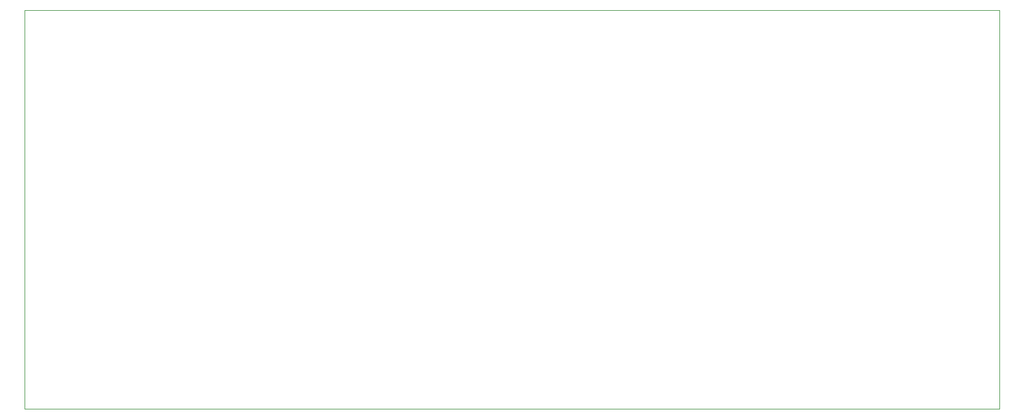
<source format=gm1>
%TF.GenerationSoftware,KiCad,Pcbnew,(6.0.2)*%
%TF.CreationDate,2022-06-24T18:37:41+02:00*%
%TF.ProjectId,divergence_meter_top,64697665-7267-4656-9e63-655f6d657465,rev?*%
%TF.SameCoordinates,Original*%
%TF.FileFunction,Profile,NP*%
%FSLAX46Y46*%
G04 Gerber Fmt 4.6, Leading zero omitted, Abs format (unit mm)*
G04 Created by KiCad (PCBNEW (6.0.2)) date 2022-06-24 18:37:41*
%MOMM*%
%LPD*%
G01*
G04 APERTURE LIST*
%TA.AperFunction,Profile*%
%ADD10C,0.100000*%
%TD*%
G04 APERTURE END LIST*
D10*
X63500000Y-80264000D02*
X201168000Y-80264000D01*
X201168000Y-80264000D02*
X201168000Y-136652000D01*
X201168000Y-136652000D02*
X63500000Y-136652000D01*
X63500000Y-136652000D02*
X63500000Y-80264000D01*
M02*

</source>
